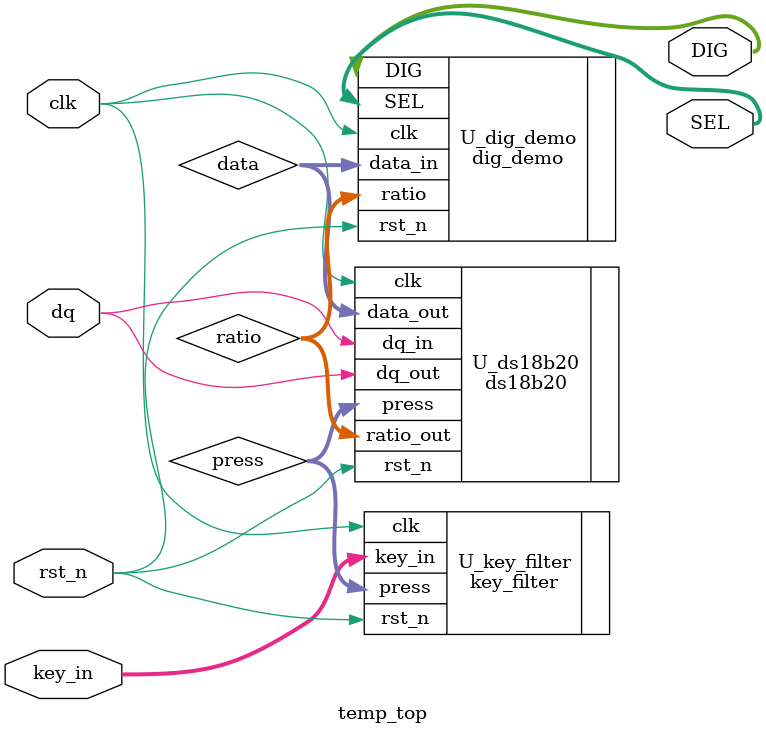
<source format=v>
/*========================================*\
    filename        : 
    description     : 
    up file         : 
    reversion       : 
        v1.0 : 
    author          : 张某某
\*========================================*/

module temp_top #(parameter   MS_200 = 24'd10_000_000)(
    input                               clk             ,
    input                               rst_n           ,
    input           [ 2:0]              key_in          ,
    inout                               dq              ,

    output          [ 5:0]              SEL             ,
    output          [ 7:0]              DIG
);

// Parameter definition
    

// Signal definition
    wire            [15:0]              data            ;
    wire            [ 2:0]              press           ;
    wire            [ 1:0]              ratio           ;

// Module calls
    ds18b20 #(.MS_200(MS_200))      U_ds18b20(
        /*input                 */  .clk            (clk    ),
        /*input                 */  .rst_n          (rst_n  ),
        /*input           [ 2:0]*/  .press          (press  ),
        /*input                 */  .dq_in          (dq     ),
        /*output  reg           */  .dq_out         (dq     ),
        /*output  reg     [15:0]*/  .data_out       (data   ),
        /*output  reg     [ 1:0]*/  .ratio_out      (ratio  )
    );

    dig_demo                        U_dig_demo(
        /*input                 */  .clk            (clk    ), // 50MHz
        /*input                 */  .rst_n          (rst_n  ), // 复位信号
        /*input           [15:0]*/  .data_in        (data   ),
        /*input           [ 1:0]*/  .ratio          (ratio  ),
        /*output  reg     [ 5:0]*/  .SEL            (SEL    ), // SEL信号
        /*output  reg     [ 7:0]*/  .DIG            (DIG    )  // DIG信号
    );

    key_filter                      U_key_filter(
        /*input                 */  .clk            (clk    ),
        /*input                 */  .rst_n          (rst_n  ),
        /*input           [ 2:0]*/  .key_in         (key_in ),
        /*output  reg     [ 2:0]*/  .press          (press  )   
    );

// Logic description

    

endmodule
</source>
